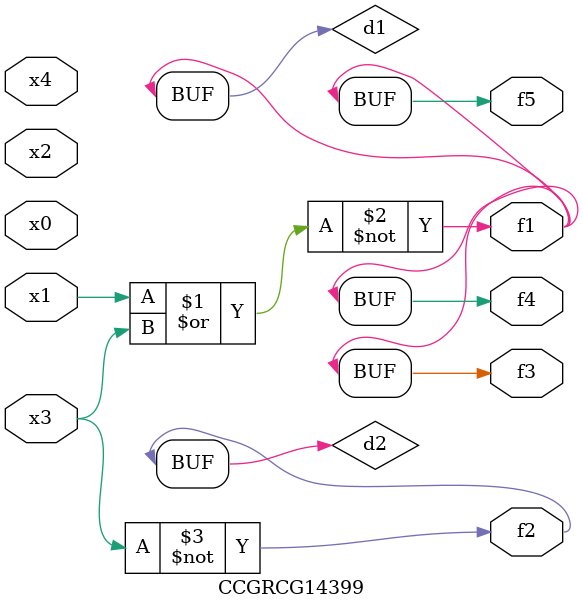
<source format=v>
module CCGRCG14399(
	input x0, x1, x2, x3, x4,
	output f1, f2, f3, f4, f5
);

	wire d1, d2;

	nor (d1, x1, x3);
	not (d2, x3);
	assign f1 = d1;
	assign f2 = d2;
	assign f3 = d1;
	assign f4 = d1;
	assign f5 = d1;
endmodule

</source>
